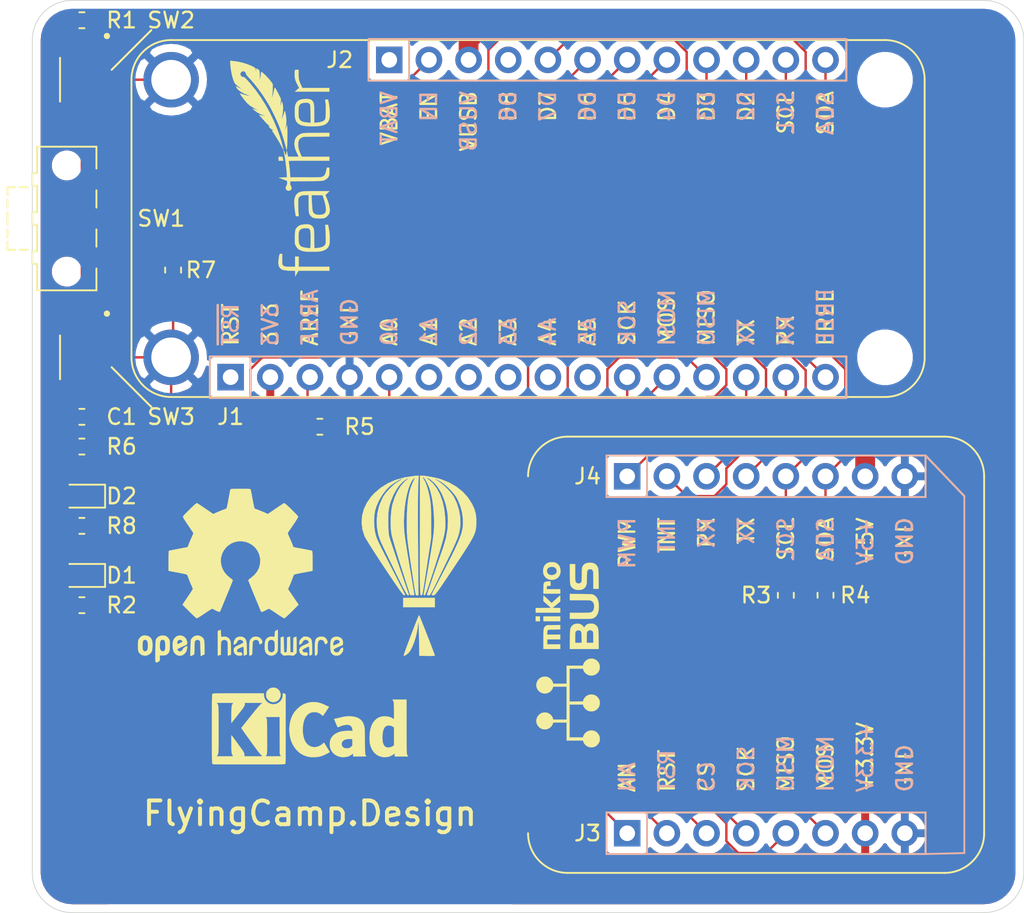
<source format=kicad_pcb>
(kicad_pcb (version 20171130) (host pcbnew "(5.1.10-1-10_14)")
  (title_block (title "Feather mikroBUS V1") (date 2020-03-13) (rev 1) (company "Flying Camp Design") (comment 1 https://FlyingCamp.Design) (comment 2 "© 2020 Flying Camp Design") (comment 3 "Licensed under CERN-OHL-P version 2"))
  (layers (0 F.Cu signal) (31 B.Cu signal) (34 B.Paste user) (35 F.Paste user) (36 B.SilkS user) (37 F.SilkS user) (38 B.Mask user) (39 F.Mask user) (44 Edge.Cuts user))
  (net 0 "")
  (net 1 GND)
  (net 2 +3V3)
  (net 3 /SDA)
  (net 4 /SCL)
  (net 5 /FEATHER_RX)
  (net 6 /FEATHER_TX)
  (net 7 /MISO)
  (net 8 /MOSI)
  (net 9 /SCK)
  (net 10 +5V)
  (net 11 /FEATHER_EN)
  (net 12 /FEATHER_FREE)
  (net 13 /MIKROBUS_AN)
  (net 14 /FEATHER_AREF)
  (net 15 /CS)
  (net 16 /MIKROBUS_PWM)
  (net 17 /MIKROBUS_INT)
  (net 18 /~MIKROBUS_RST)
  (net 19 /~USER_LED)
  (net 20 /~USER_SW)
  (net 21 /USER_LED_R)
  (net 22 /3V3_LED_R)
  (net 23 /SW2_R)
  (net 24 /EN_SW_R)
  (module Flying_Camp_Design:Adafruit_Feather_logo_13.87x6.33mm_silkscreen (layer F.Cu) (at 155.575 97.155 90)
    (fp_text reference LOGO3 hide)
    (fp_text value Adafruit_Feather_logo_13.87x6.33mm_silkscreen hide)
  )
  (module Flying_Camp_Design:Flying_Camp_Design_logo_7.35x11mm_silkscreen (layer F.Cu) (at 164.465 122.555)
    (fp_text reference LOGO2 hide)
    (fp_text value Flying_Camp_Design_logo_7.35x11mm_silkscreen hide)
  )
  (module Flying_Camp_Design:OSHW-Logo2_14.6x12mm_SilkScreen (layer F.Cu) (at 153.035 123.19)
    (fp_text reference REF** hide)
    (fp_text value OSHW-Logo2_14.6x12mm_SilkScreen hide)
  )
  (module Flying_Camp_Design:KiCad-Logo_5mm_SilkScreen (layer F.Cu) (at 157.48 133.35)
    (fp_text reference REF** hide)
    (fp_text value KiCad-Logo_5mm_SilkScreen hide)
  )
  (module Flying_Camp_Design:R_0603_1608Metric (layer F.Cu) (at 142.875 120.015 180)
    (fp_text reference R8 (at -2.54 0) (layer F.SilkS))
    (fp_text value Yageo_RC0603JR-07330RL hide)
    (pad 2 smd roundrect (at 0.7875 0 180) (size 0.875 0.95) (layers F.Cu F.Paste F.Mask) (net 22 /3V3_LED_R))
    (pad 1 smd roundrect (at -0.7875 0 180) (size 0.875 0.95) (layers F.Cu F.Paste F.Mask) (net 2 +3V3))
  )
  (module Flying_Camp_Design:LED_0603_1608Metric (layer F.Cu) (at 142.875 118.11 180)
    (fp_text reference D2 (at -2.54 0) (layer F.SilkS))
    (fp_text value Lite-On_LTST-C193KGKT-5A hide)
    (pad 2 smd roundrect (at 0.7875 0 180) (size 0.875 0.95) (layers F.Cu F.Paste F.Mask) (net 22 /3V3_LED_R))
    (pad 1 smd roundrect (at -0.7875 0 180) (size 0.875 0.95) (layers F.Cu F.Paste F.Mask) (net 1 GND))
  )
  (module Flying_Camp_Design:C_0603_1608Metric (layer F.Cu) (at 142.875 113.03)
    (fp_text reference C1 (at 2.54 0) (layer F.SilkS))
    (fp_text value Murata_GRM188R72A104KA35D hide)
    (pad 2 smd roundrect (at 0.7875 0) (size 0.875 0.95) (layers F.Cu F.Paste F.Mask) (net 1 GND))
    (pad 1 smd roundrect (at -0.7875 0) (size 0.875 0.95) (layers F.Cu F.Paste F.Mask) (net 20 /~USER_SW))
  )
  (module Flying_Camp_Design:R_0603_1608Metric (layer F.Cu) (at 148.717 103.632 270)
    (fp_text reference R7 (at 0 -1.778 180) (layer F.SilkS))
    (fp_text value Yageo_RC0603JR-07100RL hide)
    (pad 2 smd roundrect (at 0.7875 0 270) (size 0.875 0.95) (layers F.Cu F.Paste F.Mask) (net 1 GND))
    (pad 1 smd roundrect (at -0.7875 0 270) (size 0.875 0.95) (layers F.Cu F.Paste F.Mask) (net 24 /EN_SW_R))
  )
  (module Flying_Camp_Design:R_0603_1608Metric (layer F.Cu) (at 142.875 114.935 180)
    (fp_text reference R6 (at -2.54 0) (layer F.SilkS))
    (fp_text value Yageo_RC0603JR-0710KL hide)
    (pad 2 smd roundrect (at 0.7875 0 180) (size 0.875 0.95) (layers F.Cu F.Paste F.Mask) (net 20 /~USER_SW))
    (pad 1 smd roundrect (at -0.7875 0 180) (size 0.875 0.95) (layers F.Cu F.Paste F.Mask) (net 2 +3V3))
  )
  (module Flying_Camp_Design:R_0603_1608Metric (layer F.Cu) (at 142.875 125.095 180)
    (fp_text reference R2 (at -2.54 0) (layer F.SilkS))
    (fp_text value Yageo_RC0603JR-07330RL hide)
    (pad 2 smd roundrect (at 0.7875 0 180) (size 0.875 0.95) (layers F.Cu F.Paste F.Mask) (net 21 /USER_LED_R))
    (pad 1 smd roundrect (at -0.7875 0 180) (size 0.875 0.95) (layers F.Cu F.Paste F.Mask) (net 2 +3V3))
  )
  (module Flying_Camp_Design:R_0603_1608Metric (layer F.Cu) (at 142.875 87.63)
    (fp_text reference R1 (at 2.54 0) (layer F.SilkS))
    (fp_text value Yageo_RC0603JR-071KL hide)
    (pad 2 smd roundrect (at 0.7875 0) (size 0.875 0.95) (layers F.Cu F.Paste F.Mask) (net 23 /SW2_R))
    (pad 1 smd roundrect (at -0.7875 0) (size 0.875 0.95) (layers F.Cu F.Paste F.Mask) (net 2 +3V3))
  )
  (module Flying_Camp_Design:LED_0603_1608Metric (layer F.Cu) (at 142.875 123.19 180)
    (fp_text reference D1 (at -2.54 0) (layer F.SilkS))
    (fp_text value Lite-On_LTST-C193KGKT-5A hide)
    (pad 2 smd roundrect (at 0.7875 0 180) (size 0.875 0.95) (layers F.Cu F.Paste F.Mask) (net 21 /USER_LED_R))
    (pad 1 smd roundrect (at -0.7875 0 180) (size 0.875 0.95) (layers F.Cu F.Paste F.Mask) (net 19 /~USER_LED))
  )
  (module Flying_Camp_Design:C_and_K_KMR421GULCLFS (layer F.Cu) (at 142.875 109.22 270)
    (fp_text reference SW3 (at 3.81 -5.715 180) (layer F.SilkS))
    (fp_text value C_and_K_KMR421GULCLFS hide)
    (pad 4 smd rect (at 2.05 -0.8 270) (size 0.9 1) (layers F.Cu F.Paste F.Mask) (net 1 GND))
    (pad 3 smd rect (at 2.05 0.8 270) (size 0.9 1) (layers F.Cu F.Paste F.Mask) (net 20 /~USER_SW))
    (pad 2 smd rect (at -2.05 0.8 270) (size 0.9 1) (layers F.Cu F.Paste F.Mask) (net 20 /~USER_SW))
    (pad 1 smd rect (at -2.05 -0.8 270) (size 0.9 1) (layers F.Cu F.Paste F.Mask) (net 1 GND))
    (pad 5 smd rect (at 0 -1.425 270) (size 1.7 0.55) (layers F.Cu F.Paste F.Mask) (net 1 GND))
  )
  (module Flying_Camp_Design:C_and_K_KMR421GULCLFS (layer F.Cu) (at 142.875 91.44 270)
    (fp_text reference SW2 (at -3.81 -5.715 180) (layer F.SilkS))
    (fp_text value C_and_K_KMR421GULCLFS hide)
    (pad 4 smd rect (at 2.05 -0.8 270) (size 0.9 1) (layers F.Cu F.Paste F.Mask) (net 23 /SW2_R))
    (pad 3 smd rect (at 2.05 0.8 270) (size 0.9 1) (layers F.Cu F.Paste F.Mask) (net 12 /FEATHER_FREE))
    (pad 2 smd rect (at -2.05 0.8 270) (size 0.9 1) (layers F.Cu F.Paste F.Mask) (net 12 /FEATHER_FREE))
    (pad 1 smd rect (at -2.05 -0.8 270) (size 0.9 1) (layers F.Cu F.Paste F.Mask) (net 23 /SW2_R))
    (pad 5 smd rect (at 0 -1.425 270) (size 1.7 0.55) (layers F.Cu F.Paste F.Mask) (net 1 GND))
  )
  (module Flying_Camp_Design:R_0603_1608Metric (layer F.Cu) (at 158.115 113.665 180)
    (fp_text reference R5 (at -2.54 0) (layer F.SilkS))
    (fp_text value Yageo_RC0603JR-070RL hide)
    (pad 2 smd roundrect (at 0.7875 0 180) (size 0.875 0.95) (layers F.Cu F.Paste F.Mask) (net 14 /FEATHER_AREF))
    (pad 1 smd roundrect (at -0.7875 0 180) (size 0.875 0.95) (layers F.Cu F.Paste F.Mask) (net 2 +3V3))
  )
  (module Flying_Camp_Design:Fiducial_1mm_Mask2mm (layer F.Cu) (at 142.24 142.24)
    (fp_text reference FID3 hide)
    (fp_text value Fiducial_1mm_Mask2mm hide)
    (pad "" smd circle (at 0 0) (size 1 1) (layers F.Cu F.Mask) (clearance 0.5))
  )
  (module Flying_Camp_Design:Fiducial_1mm_Mask2mm (layer F.Cu) (at 200.66 142.24)
    (fp_text reference FID2 hide)
    (fp_text value Fiducial_1mm_Mask2mm hide)
    (pad "" smd circle (at 0 0) (size 1 1) (layers F.Cu F.Mask) (clearance 0.5))
  )
  (module Flying_Camp_Design:Fiducial_1mm_Mask2mm (layer F.Cu) (at 200.66 88.9)
    (fp_text reference FID1 hide)
    (fp_text value Fiducial_1mm_Mask2mm hide)
    (pad "" smd circle (at 0 0) (size 1 1) (layers F.Cu F.Mask) (clearance 0.5))
  )
  (module Flying_Camp_Design:mikroBUS-Logo_11.9x4.1mm_SilkScreen (layer F.Cu) (at 173.99 128.27 90)
    (fp_text reference LOGO1 hide)
    (fp_text value mikroBUS-Logo_11.9x4.1mm_SilkScreen hide)
  )
  (module Flying_Camp_Design:R_0603_1608Metric (layer F.Cu) (at 190.5 124.46 90)
    (fp_text reference R4 (at 0 1.905 180) (layer F.SilkS))
    (fp_text value Yageo_RC0603JR-074K7L hide)
    (pad 2 smd roundrect (at 0.7875 0 90) (size 0.875 0.95) (layers F.Cu F.Paste F.Mask) (net 3 /SDA))
    (pad 1 smd roundrect (at -0.7875 0 90) (size 0.875 0.95) (layers F.Cu F.Paste F.Mask) (net 2 +3V3))
  )
  (module Flying_Camp_Design:R_0603_1608Metric (layer F.Cu) (at 187.96 124.46 90)
    (fp_text reference R3 (at 0 -1.905 180) (layer F.SilkS))
    (fp_text value Yageo_RC0603JR-074K7L hide)
    (pad 2 smd roundrect (at 0.7875 0 90) (size 0.875 0.95) (layers F.Cu F.Paste F.Mask) (net 4 /SCL))
    (pad 1 smd roundrect (at -0.7875 0 90) (size 0.875 0.95) (layers F.Cu F.Paste F.Mask) (net 2 +3V3))
  )
  (module Flying_Camp_Design:Adafruit_Feather_socket_header_left_pth (layer F.Cu) (at 171.45 100.33 90)
    (fp_text reference J1 (at -12.7 -19.05 unlocked) (layer F.SilkS))
    (fp_text value Adafruit_Feather_socket_header_left_pth hide)
    (fp_text user FREE (at -8.255 19.05 90 unlocked) (layer B.SilkS) (effects (justify right mirror)))
    (fp_text user RX (at -8.255 16.51 90 unlocked) (layer B.SilkS) (effects (justify right mirror)))
    (fp_text user TX (at -8.255 13.97 90 unlocked) (layer B.SilkS) (effects (justify right mirror)))
    (fp_text user MISO (at -8.255 11.43 90 unlocked) (layer B.SilkS) (effects (justify right mirror)))
    (fp_text user MOSI (at -8.255 8.89 90 unlocked) (layer B.SilkS) (effects (justify right mirror)))
    (fp_text user SCK (at -8.255 6.35 90 unlocked) (layer B.SilkS) (effects (justify right mirror)))
    (fp_text user A5 (at -8.255 3.81 90 unlocked) (layer B.SilkS) (effects (justify right mirror)))
    (fp_text user A4 (at -8.255 1.27 90 unlocked) (layer B.SilkS) (effects (justify right mirror)))
    (fp_text user A3 (at -8.255 -1.27 90 unlocked) (layer B.SilkS) (effects (justify right mirror)))
    (fp_text user A2 (at -8.255 -3.81 90 unlocked) (layer B.SilkS) (effects (justify right mirror)))
    (fp_text user A1 (at -8.255 -6.35 90 unlocked) (layer B.SilkS) (effects (justify right mirror)))
    (fp_text user A0 (at -8.255 -8.89 90 unlocked) (layer B.SilkS) (effects (justify right mirror)))
    (fp_text user GND (at -8.255 -11.43 90 unlocked) (layer B.SilkS) (effects (justify right mirror)))
    (fp_text user AREF (at -8.255 -13.97 90 unlocked) (layer B.SilkS) (effects (justify right mirror)))
    (fp_text user 3V3 (at -8.255 -16.51 90 unlocked) (layer B.SilkS) (effects (justify right mirror)))
    (fp_text user ~RST (at -8.255 -19.05 90 unlocked) (layer B.SilkS) (effects (justify right mirror)))
    (fp_text user SCK (at -8.255 6.35 90 unlocked) (layer F.SilkS) (effects (justify left)))
    (fp_text user A5 (at -8.255 3.81 90 unlocked) (layer F.SilkS) (effects (justify left)))
    (fp_text user FREE (at -8.255 19.05 90 unlocked) (layer F.SilkS) (effects (justify left)))
    (fp_text user TX (at -8.255 13.97 90 unlocked) (layer F.SilkS) (effects (justify left)))
    (fp_text user MISO (at -8.255 11.43 90 unlocked) (layer F.SilkS) (effects (justify left)))
    (fp_text user RX (at -8.255 16.51 90 unlocked) (layer F.SilkS) (effects (justify left)))
    (fp_text user MOSI (at -8.255 8.89 90 unlocked) (layer F.SilkS) (effects (justify left)))
    (fp_text user AREF (at -8.255 -13.97 90 unlocked) (layer F.SilkS) (effects (justify left)))
    (fp_text user A3 (at -8.255 -1.27 90 unlocked) (layer F.SilkS) (effects (justify left)))
    (fp_text user GND (at -8.255 -11.43 90 unlocked) (layer F.SilkS) (effects (justify left)))
    (fp_text user A0 (at -8.255 -8.89 90 unlocked) (layer F.SilkS) (effects (justify left)))
    (fp_text user A4 (at -8.255 1.27 90 unlocked) (layer F.SilkS) (effects (justify left)))
    (fp_text user 3V3 (at -8.255 -16.51 90 unlocked) (layer F.SilkS) (effects (justify left)))
    (fp_text user ~RST (at -8.255 -19.05 90 unlocked) (layer F.SilkS) (effects (justify left)))
    (fp_text user A1 (at -8.255 -6.35 90 unlocked) (layer F.SilkS) (effects (justify left)))
    (fp_text user A2 (at -8.255 -3.81 90 unlocked) (layer F.SilkS) (effects (justify left)))
    (pad FREE thru_hole oval (at -10.16 19.05 90) (size 1.7 1.7) (drill 1) (layers *.Cu *.Mask) (net 12 /FEATHER_FREE))
    (pad RX thru_hole oval (at -10.16 16.51 90) (size 1.7 1.7) (drill 1) (layers *.Cu *.Mask) (net 5 /FEATHER_RX))
    (pad TX thru_hole oval (at -10.16 13.97 90) (size 1.7 1.7) (drill 1) (layers *.Cu *.Mask) (net 6 /FEATHER_TX))
    (pad MISO thru_hole oval (at -10.16 11.43 90) (size 1.7 1.7) (drill 1) (layers *.Cu *.Mask) (net 7 /MISO))
    (pad MOSI thru_hole oval (at -10.16 8.89 90) (size 1.7 1.7) (drill 1) (layers *.Cu *.Mask) (net 8 /MOSI))
    (pad SCK thru_hole oval (at -10.16 6.35 90) (size 1.7 1.7) (drill 1) (layers *.Cu *.Mask) (net 9 /SCK))
    (pad A5 thru_hole oval (at -10.16 3.81 90) (size 1.7 1.7) (drill 1) (layers *.Cu *.Mask))
    (pad A4 thru_hole oval (at -10.16 1.27 90) (size 1.7 1.7) (drill 1) (layers *.Cu *.Mask))
    (pad A3 thru_hole oval (at -10.16 -1.27 90) (size 1.7 1.7) (drill 1) (layers *.Cu *.Mask))
    (pad A2 thru_hole oval (at -10.16 -3.81 90) (size 1.7 1.7) (drill 1) (layers *.Cu *.Mask))
    (pad A1 thru_hole oval (at -10.16 -6.35 90) (size 1.7 1.7) (drill 1) (layers *.Cu *.Mask))
    (pad A0 thru_hole oval (at -10.16 -8.89 90) (size 1.7 1.7) (drill 1) (layers *.Cu *.Mask) (net 13 /MIKROBUS_AN))
    (pad GND thru_hole oval (at -10.16 -11.43 90) (size 1.7 1.7) (drill 1) (layers *.Cu *.Mask) (net 1 GND))
    (pad AREF thru_hole oval (at -10.16 -13.97 90) (size 1.7 1.7) (drill 1) (layers *.Cu *.Mask) (net 14 /FEATHER_AREF))
    (pad 3V3 thru_hole oval (at -10.16 -16.51 90) (size 1.7 1.7) (drill 1) (layers *.Cu *.Mask) (net 2 +3V3))
    (pad ~RST thru_hole rect (at -10.16 -19.05 90) (size 1.7 1.7) (drill 1) (layers *.Cu *.Mask))
  )
  (module Flying_Camp_Design:Adafruit_Feather_socket_header_right_pth (layer F.Cu) (at 171.45 100.33 90)
    (fp_text reference J2 (at 10.16 -12.065 unlocked) (layer F.SilkS))
    (fp_text value Adafruit_Feather_socket_header_right_pth hide)
    (fp_text user SDA (at 8.255 19.05 90 unlocked) (layer B.SilkS) (effects (justify left mirror)))
    (fp_text user SCL (at 8.255 16.51 90 unlocked) (layer B.SilkS) (effects (justify left mirror)))
    (fp_text user D2 (at 8.255 13.97 90 unlocked) (layer B.SilkS) (effects (justify left mirror)))
    (fp_text user D3 (at 8.255 11.43 90 unlocked) (layer B.SilkS) (effects (justify left mirror)))
    (fp_text user D4 (at 8.255 8.89 90 unlocked) (layer B.SilkS) (effects (justify left mirror)))
    (fp_text user D5 (at 8.255 6.35 90 unlocked) (layer B.SilkS) (effects (justify left mirror)))
    (fp_text user D6 (at 8.255 3.81 90 unlocked) (layer B.SilkS) (effects (justify left mirror)))
    (fp_text user D7 (at 8.255 1.27 90 unlocked) (layer B.SilkS) (effects (justify left mirror)))
    (fp_text user D8 (at 8.255 -1.27 90 unlocked) (layer B.SilkS) (effects (justify left mirror)))
    (fp_text user VUSB (at 8.255 -3.81 90 unlocked) (layer B.SilkS) (effects (justify left mirror)))
    (fp_text user EN (at 8.255 -6.35 90 unlocked) (layer B.SilkS) (effects (justify left mirror)))
    (fp_text user VBAT (at 8.255 -8.89 90 unlocked) (layer B.SilkS) (effects (justify left mirror)))
    (fp_text user D3 (at 8.255 11.43 90 unlocked) (layer F.SilkS) (effects (justify right)))
    (fp_text user D2 (at 8.255 13.97 90 unlocked) (layer F.SilkS) (effects (justify right)))
    (fp_text user D4 (at 8.255 8.89 90 unlocked) (layer F.SilkS) (effects (justify right)))
    (fp_text user SDA (at 8.255 19.05 90 unlocked) (layer F.SilkS) (effects (justify right)))
    (fp_text user EN (at 8.255 -6.35 90 unlocked) (layer F.SilkS) (effects (justify right)))
    (fp_text user D5 (at 8.255 6.35 90 unlocked) (layer F.SilkS) (effects (justify right)))
    (fp_text user D7 (at 8.255 1.27 90 unlocked) (layer F.SilkS) (effects (justify right)))
    (fp_text user SCL (at 8.255 16.51 90 unlocked) (layer F.SilkS) (effects (justify right)))
    (fp_text user D6 (at 8.255 3.81 90 unlocked) (layer F.SilkS) (effects (justify right)))
    (fp_text user VUSB (at 8.255 -3.81 90 unlocked) (layer F.SilkS) (effects (justify right)))
    (fp_text user D8 (at 8.255 -1.27 90 unlocked) (layer F.SilkS) (effects (justify right)))
    (fp_text user VBAT (at 8.255 -8.89 90 unlocked) (layer F.SilkS) (effects (justify right)))
    (pad SDA thru_hole oval (at 10.16 19.05 90) (size 1.7 1.7) (drill 1) (layers *.Cu *.Mask) (net 3 /SDA))
    (pad SCL thru_hole oval (at 10.16 16.51 90) (size 1.7 1.7) (drill 1) (layers *.Cu *.Mask) (net 4 /SCL))
    (pad D2 thru_hole oval (at 10.16 13.97 90) (size 1.7 1.7) (drill 1) (layers *.Cu *.Mask) (net 17 /MIKROBUS_INT))
    (pad D3 thru_hole oval (at 10.16 11.43 90) (size 1.7 1.7) (drill 1) (layers *.Cu *.Mask) (net 16 /MIKROBUS_PWM))
    (pad D4 thru_hole oval (at 10.16 8.89 90) (size 1.7 1.7) (drill 1) (layers *.Cu *.Mask) (net 18 /~MIKROBUS_RST))
    (pad D5 thru_hole oval (at 10.16 6.35 90) (size 1.7 1.7) (drill 1) (layers *.Cu *.Mask) (net 19 /~USER_LED))
    (pad D6 thru_hole oval (at 10.16 3.81 90) (size 1.7 1.7) (drill 1) (layers *.Cu *.Mask) (net 20 /~USER_SW))
    (pad D7 thru_hole oval (at 10.16 1.27 90) (size 1.7 1.7) (drill 1) (layers *.Cu *.Mask) (net 15 /CS))
    (pad D8 thru_hole oval (at 10.16 -1.27 90) (size 1.7 1.7) (drill 1) (layers *.Cu *.Mask))
    (pad VUSB thru_hole oval (at 10.16 -3.81 90) (size 1.7 1.7) (drill 1) (layers *.Cu *.Mask) (net 10 +5V))
    (pad EN thru_hole oval (at 10.16 -6.35 90) (size 1.7 1.7) (drill 1) (layers *.Cu *.Mask) (net 11 /FEATHER_EN))
    (pad VBAT thru_hole rect (at 10.16 -8.89 90) (size 1.7 1.7) (drill 1) (layers *.Cu *.Mask))
  )
  (module Flying_Camp_Design:C_and_K_JS102011SAQN (layer F.Cu) (at 141.90472 100.33 270)
    (fp_text reference SW1 (at 0 -6.05028 180) (layer F.SilkS))
    (fp_text value C_and_K_JS102011SAQN hide)
    (pad "" np_thru_hole circle (at 3.4 0 270) (size 0.9 0.9) (drill 0.9) (layers *.Cu *.Mask))
    (pad "" np_thru_hole circle (at -3.4 0 270) (size 0.9 0.9) (drill 0.9) (layers *.Cu *.Mask))
    (pad 3 smd rect (at 2.5 -2.75 270) (size 1.25 2.5) (layers F.Cu F.Paste F.Mask) (net 24 /EN_SW_R))
    (pad 2 smd rect (at 0 -2.75 270) (size 1.25 2.5) (layers F.Cu F.Paste F.Mask) (net 11 /FEATHER_EN))
    (pad 1 smd rect (at -2.5 -2.75 270) (size 1.25 2.5) (layers F.Cu F.Paste F.Mask))
  )
  (module Flying_Camp_Design:mikroBUS_socket_header_right_pth (layer F.Cu) (at 186.69 128.27 90)
    (fp_text reference J4 (at 11.43 -11.43 unlocked) (layer F.SilkS))
    (fp_text value mikroBUS_socket_header_right_pth hide)
    (fp_text user GND (at 8.89 8.89 90 unlocked) (layer B.SilkS) (effects (justify left mirror)))
    (fp_text user +5V (at 8.89 6.35 90 unlocked) (layer B.SilkS) (effects (justify left mirror)))
    (fp_text user SDA (at 8.89 3.81 90 unlocked) (layer B.SilkS) (effects (justify left mirror)))
    (fp_text user SCL (at 8.89 1.27 90 unlocked) (layer B.SilkS) (effects (justify left mirror)))
    (fp_text user TX (at 8.89 -1.27 90 unlocked) (layer B.SilkS) (effects (justify left mirror)))
    (fp_text user RX (at 8.89 -3.81 90 unlocked) (layer B.SilkS) (effects (justify left mirror)))
    (fp_text user INT (at 8.89 -6.35 90 unlocked) (layer B.SilkS) (effects (justify left mirror)))
    (fp_text user PWM (at 8.89 -8.89 90 unlocked) (layer B.SilkS) (effects (justify left mirror)))
    (fp_text user GND (at 8.89 8.89 90 unlocked) (layer F.SilkS) (effects (justify right)))
    (fp_text user +5V (at 8.89 6.35 90 unlocked) (layer F.SilkS) (effects (justify right)))
    (fp_text user SDA (at 8.89 3.81 90 unlocked) (layer F.SilkS) (effects (justify right)))
    (fp_text user SCL (at 8.89 1.27 90 unlocked) (layer F.SilkS) (effects (justify right)))
    (fp_text user TX (at 8.89 -1.27 90 unlocked) (layer F.SilkS) (effects (justify right)))
    (fp_text user RX (at 8.89 -3.81 90 unlocked) (layer F.SilkS) (effects (justify right)))
    (fp_text user INT (at 8.89 -6.35 90 unlocked) (layer F.SilkS) (effects (justify right)))
    (fp_text user PWM (at 8.89 -8.89 90 unlocked) (layer F.SilkS) (effects (justify right)))
    (pad GND thru_hole oval (at 11.43 8.89 90) (size 1.7 1.7) (drill 1) (layers *.Cu *.Mask) (net 1 GND))
    (pad +5V thru_hole oval (at 11.43 6.35 90) (size 1.7 1.7) (drill 1) (layers *.Cu *.Mask) (net 10 +5V))
    (pad SDA thru_hole oval (at 11.43 3.81 90) (size 1.7 1.7) (drill 1) (layers *.Cu *.Mask) (net 3 /SDA))
    (pad SCL thru_hole oval (at 11.43 1.27 90) (size 1.7 1.7) (drill 1) (layers *.Cu *.Mask) (net 4 /SCL))
    (pad TX thru_hole oval (at 11.43 -1.27 90) (size 1.7 1.7) (drill 1) (layers *.Cu *.Mask) (net 5 /FEATHER_RX))
    (pad RX thru_hole oval (at 11.43 -3.81 90) (size 1.7 1.7) (drill 1) (layers *.Cu *.Mask) (net 6 /FEATHER_TX))
    (pad INT thru_hole oval (at 11.43 -6.35 90) (size 1.7 1.7) (drill 1) (layers *.Cu *.Mask) (net 17 /MIKROBUS_INT))
    (pad PWM thru_hole rect (at 11.43 -8.89 90) (size 1.7 1.7) (drill 1) (layers *.Cu *.Mask) (net 16 /MIKROBUS_PWM))
  )
  (module Flying_Camp_Design:mikroBUS_socket_header_left_pth (layer F.Cu) (at 186.69 128.27 90)
    (fp_text reference J3 (at -11.43 -11.43 unlocked) (layer F.SilkS))
    (fp_text value mikroBUS_socket_header_left_pth hide)
    (fp_text user GND (at -8.89 8.89 90 unlocked) (layer B.SilkS) (effects (justify right mirror)))
    (fp_text user +3.3V (at -8.89 6.35 90 unlocked) (layer B.SilkS) (effects (justify right mirror)))
    (fp_text user MOSI (at -8.89 3.81 90 unlocked) (layer B.SilkS) (effects (justify right mirror)))
    (fp_text user MISO (at -8.89 1.27 90 unlocked) (layer B.SilkS) (effects (justify right mirror)))
    (fp_text user SCK (at -8.89 -1.27 90 unlocked) (layer B.SilkS) (effects (justify right mirror)))
    (fp_text user CS (at -8.89 -3.81 90 unlocked) (layer B.SilkS) (effects (justify right mirror)))
    (fp_text user RST (at -8.89 -6.35 90 unlocked) (layer B.SilkS) (effects (justify right mirror)))
    (fp_text user AN (at -8.89 -8.89 90 unlocked) (layer B.SilkS) (effects (justify right mirror)))
    (fp_text user GND (at -8.89 8.89 90 unlocked) (layer F.SilkS) (effects (justify left)))
    (fp_text user +3.3V (at -8.89 6.35 90 unlocked) (layer F.SilkS) (effects (justify left)))
    (fp_text user MOSI (at -8.89 3.81 90 unlocked) (layer F.SilkS) (effects (justify left)))
    (fp_text user MISO (at -8.89 1.27 90 unlocked) (layer F.SilkS) (effects (justify left)))
    (fp_text user SCK (at -8.89 -1.27 90 unlocked) (layer F.SilkS) (effects (justify left)))
    (fp_text user CS (at -8.89 -3.81 90 unlocked) (layer F.SilkS) (effects (justify left)))
    (fp_text user RST (at -8.89 -6.35 90 unlocked) (layer F.SilkS) (effects (justify left)))
    (fp_text user AN (at -8.89 -8.89 90 unlocked) (layer F.SilkS) (effects (justify left)))
    (pad GND thru_hole oval (at -11.43 8.89 90) (size 1.7 1.7) (drill 1) (layers *.Cu *.Mask) (net 1 GND))
    (pad +3.3V thru_hole oval (at -11.43 6.35 90) (size 1.7 1.7) (drill 1) (layers *.Cu *.Mask) (net 2 +3V3))
    (pad MOSI thru_hole oval (at -11.43 3.81 90) (size 1.7 1.7) (drill 1) (layers *.Cu *.Mask) (net 8 /MOSI))
    (pad MISO thru_hole oval (at -11.43 1.27 90) (size 1.7 1.7) (drill 1) (layers *.Cu *.Mask) (net 7 /MISO))
    (pad SCK thru_hole oval (at -11.43 -1.27 90) (size 1.7 1.7) (drill 1) (layers *.Cu *.Mask) (net 9 /SCK))
    (pad CS thru_hole oval (at -11.43 -3.81 90) (size 1.7 1.7) (drill 1) (layers *.Cu *.Mask) (net 15 /CS))
    (pad RST thru_hole oval (at -11.43 -6.35 90) (size 1.7 1.7) (drill 1) (layers *.Cu *.Mask) (net 18 /~MIKROBUS_RST))
    (pad AN thru_hole rect (at -11.43 -8.89 90) (size 1.7 1.7) (drill 1) (layers *.Cu *.Mask) (net 13 /MIKROBUS_AN))
  )
  (module Flying_Camp_Design:Adafruit_Feather_socket_mounting_holes (layer F.Cu) (at 171.45 100.33)
    (fp_text reference MH1 hide)
    (fp_text value Adafruit_Feather_socket_mounting_holes hide)
    (pad MH1 thru_hole circle (at -22.86 8.89) (size 3.556 3.556) (drill 2.54) (layers *.Cu *.Mask) (net 1 GND))
    (pad MH2 thru_hole circle (at -22.86 -8.89) (size 3.556 3.556) (drill 2.54) (layers *.Cu *.Mask) (net 1 GND))
    (pad "" np_thru_hole circle (at 22.86 -8.89) (size 2.54 2.54) (drill 2.54) (layers *.Cu *.Mask))
    (pad "" np_thru_hole circle (at 22.86 8.89) (size 2.54 2.54) (drill 2.54) (layers *.Cu *.Mask))
  )
  (gr_text "Feather mikroBUS V1" (at 157.48 142.24) (layer F.Cu) (effects (font (size 1.524 1.524) (thickness 0.254))))
  (gr_text FlyingCamp.Design (at 157.48 138.43) (layer F.SilkS) (effects (font (size 1.524 1.524) (thickness 0.254))))
  (gr_line (start 147.32 112.395) (end 144.78 109.855) (layer F.SilkS) (width 0.127))
  (gr_line (start 147.32 88.265) (end 144.78 90.805) (layer F.SilkS) (width 0.127))
  (gr_arc (start 142.24 88.9) (end 142.24 86.36) (angle -90) (layer Edge.Cuts) (width 0.0508))
  (gr_arc (start 142.24 142.24) (end 139.7 142.24) (angle -90) (layer Edge.Cuts) (width 0.0508))
  (gr_arc (start 200.66 142.24) (end 200.66 144.78) (angle -90) (layer Edge.Cuts) (width 0.0508))
  (gr_arc (start 200.66 88.9) (end 203.2 88.9) (angle -90) (layer Edge.Cuts) (width 0.0508))
  (gr_line (start 200.66 86.36) (end 142.24 86.36) (layer Edge.Cuts) (width 0.05))
  (gr_line (start 203.2 142.24) (end 203.2 88.9) (layer Edge.Cuts) (width 0.05))
  (gr_line (start 142.24 144.78) (end 200.66 144.78) (layer Edge.Cuts) (width 0.05))
  (gr_line (start 139.7 88.9) (end 139.7 142.24) (layer Edge.Cuts) (width 0.05))
  (segment (start 144.3 91.44) (end 148.59 91.44) (width 0.1524) (layer F.Cu) (net 1))
  (segment (start 148.7425 109.0675) (end 148.59 109.22) (width 0.1524) (layer F.Cu) (net 1))
  (segment (start 144.3 109.22) (end 148.59 109.22) (width 0.1524) (layer F.Cu) (net 1))
  (segment (start 145.415 118.11) (end 148.59 114.935) (width 0.1524) (layer F.Cu) (net 1))
  (segment (start 148.59 111.734471) (end 148.59 109.22) (width 0.1524) (layer F.Cu) (net 1))
  (segment (start 148.59 114.935) (end 148.59 111.734471) (width 0.1524) (layer F.Cu) (net 1))
  (segment (start 143.6625 118.11) (end 145.415 118.11) (width 0.1524) (layer F.Cu) (net 1))
  (segment (start 143.6625 111.2825) (end 143.675 111.27) (width 0.1524) (layer F.Cu) (net 1))
  (segment (start 143.6625 113.03) (end 143.6625 111.2825) (width 0.1524) (layer F.Cu) (net 1))
  (segment (start 148.717 109.093) (end 148.59 109.22) (width 0.1524) (layer F.Cu) (net 1))
  (segment (start 148.717 104.4195) (end 148.717 109.093) (width 0.1524) (layer F.Cu) (net 1))
  (segment (start 143.746 111.27) (end 143.675 111.27) (width 0.1524) (layer F.Cu) (net 1))
  (segment (start 144.3 110.716) (end 143.746 111.27) (width 0.1524) (layer F.Cu) (net 1))
  (segment (start 144.3 109.22) (end 144.3 110.716) (width 0.1524) (layer F.Cu) (net 1))
  (segment (start 143.774 107.17) (end 143.675 107.17) (width 0.1524) (layer F.Cu) (net 1))
  (segment (start 144.3 107.696) (end 143.774 107.17) (width 0.1524) (layer F.Cu) (net 1))
  (segment (start 144.3 109.22) (end 144.3 107.696) (width 0.1524) (layer F.Cu) (net 1))
  (segment (start 190.5 116.84) (end 190.5 123.6725) (width 0.1524) (layer F.Cu) (net 3))
  (segment (start 191.77 115.57) (end 190.5 116.84) (width 0.1524) (layer F.Cu) (net 3))
  (segment (start 191.77 109.982) (end 191.77 115.57) (width 0.1524) (layer F.Cu) (net 3))
  (segment (start 190.5 108.712) (end 191.77 109.982) (width 0.1524) (layer F.Cu) (net 3))
  (segment (start 190.5 90.17) (end 190.5 108.712) (width 0.1524) (layer F.Cu) (net 3))
  (segment (start 187.96 116.84) (end 187.96 123.6725) (width 0.1524) (layer F.Cu) (net 4))
  (segment (start 189.23 115.57) (end 187.96 116.84) (width 0.1524) (layer F.Cu) (net 4))
  (segment (start 189.23 110.0455) (end 189.23 115.57) (width 0.1524) (layer F.Cu) (net 4))
  (segment (start 187.96 108.7755) (end 189.23 110.0455) (width 0.1524) (layer F.Cu) (net 4))
  (segment (start 187.96 90.17) (end 187.96 108.7755) (width 0.1524) (layer F.Cu) (net 4))
  (segment (start 187.96 114.3) (end 187.96 110.49) (width 0.1524) (layer F.Cu) (net 5))
  (segment (start 185.42 116.84) (end 187.96 114.3) (width 0.1524) (layer F.Cu) (net 5))
  (segment (start 185.42 114.3) (end 185.42 110.49) (width 0.1524) (layer F.Cu) (net 6))
  (segment (start 182.88 116.84) (end 185.42 114.3) (width 0.1524) (layer F.Cu) (net 6))
  (segment (start 181.61 109.22) (end 182.88 110.49) (width 0.1524) (layer F.Cu) (net 7))
  (segment (start 176.53 112.395) (end 176.53 109.982) (width 0.1524) (layer F.Cu) (net 7))
  (segment (start 174.625 114.3) (end 176.53 112.395) (width 0.1524) (layer F.Cu) (net 7))
  (segment (start 174.625 129.54) (end 174.625 114.3) (width 0.1524) (layer F.Cu) (net 7))
  (segment (start 184.15 139.065) (end 174.625 129.54) (width 0.1524) (layer F.Cu) (net 7))
  (segment (start 177.292 109.22) (end 181.61 109.22) (width 0.1524) (layer F.Cu) (net 7))
  (segment (start 184.15 140.208) (end 184.15 139.065) (width 0.1524) (layer F.Cu) (net 7))
  (segment (start 184.912 140.97) (end 184.15 140.208) (width 0.1524) (layer F.Cu) (net 7))
  (segment (start 186.69 140.97) (end 184.912 140.97) (width 0.1524) (layer F.Cu) (net 7))
  (segment (start 176.53 109.982) (end 177.292 109.22) (width 0.1524) (layer F.Cu) (net 7))
  (segment (start 187.96 139.7) (end 186.69 140.97) (width 0.1524) (layer F.Cu) (net 7))
  (segment (start 175.895 114.935) (end 180.34 110.49) (width 0.1524) (layer F.Cu) (net 8))
  (segment (start 175.895 125.095) (end 175.895 114.935) (width 0.1524) (layer F.Cu) (net 8))
  (segment (start 190.5 139.7) (end 175.895 125.095) (width 0.1524) (layer F.Cu) (net 8))
  (segment (start 177.8 112.141) (end 177.8 110.49) (width 0.1524) (layer F.Cu) (net 9))
  (segment (start 175.26 129.54) (end 175.26 114.681) (width 0.1524) (layer F.Cu) (net 9))
  (segment (start 175.26 114.681) (end 177.8 112.141) (width 0.1524) (layer F.Cu) (net 9))
  (segment (start 185.42 139.7) (end 175.26 129.54) (width 0.1524) (layer F.Cu) (net 9))
  (segment (start 193.04 114.935) (end 193.04 116.84) (width 1.27) (layer F.Cu) (net 10))
  (segment (start 194.945 113.03) (end 193.04 114.935) (width 1.27) (layer F.Cu) (net 10))
  (segment (start 198.755 113.03) (end 194.945 113.03) (width 1.27) (layer F.Cu) (net 10))
  (segment (start 168.91 87.63) (end 196.215 87.63) (width 1.27) (layer F.Cu) (net 10))
  (segment (start 201.295 92.71) (end 201.295 110.49) (width 1.27) (layer F.Cu) (net 10))
  (segment (start 167.64 90.17) (end 167.64 88.9) (width 1.27) (layer F.Cu) (net 10))
  (segment (start 196.215 87.63) (end 201.295 92.71) (width 1.27) (layer F.Cu) (net 10))
  (segment (start 201.295 110.49) (end 198.755 113.03) (width 1.27) (layer F.Cu) (net 10))
  (segment (start 167.64 88.9) (end 168.91 87.63) (width 1.27) (layer F.Cu) (net 10))
  (segment (start 154.94 100.33) (end 165.1 90.17) (width 0.1524) (layer F.Cu) (net 11))
  (segment (start 144.65472 100.33) (end 154.94 100.33) (width 0.1524) (layer F.Cu) (net 11))
  (segment (start 142.075 89.39) (end 142.075 93.49) (width 0.1524) (layer F.Cu) (net 12))
  (segment (start 168.91 89.535) (end 168.91 91.44) (width 0.1524) (layer F.Cu) (net 12))
  (segment (start 142.875 95.25) (end 142.075 94.45) (width 0.1524) (layer F.Cu) (net 12))
  (segment (start 142.875 100.965) (end 142.875 95.25) (width 0.1524) (layer F.Cu) (net 12))
  (segment (start 188.087 88.519) (end 169.926 88.519) (width 0.1524) (layer F.Cu) (net 12))
  (segment (start 143.256 101.346) (end 142.875 100.965) (width 0.1524) (layer F.Cu) (net 12))
  (segment (start 168.91 91.44) (end 159.004 101.346) (width 0.1524) (layer F.Cu) (net 12))
  (segment (start 169.926 88.519) (end 168.91 89.535) (width 0.1524) (layer F.Cu) (net 12))
  (segment (start 189.23 109.22) (end 189.23 89.662) (width 0.1524) (layer F.Cu) (net 12))
  (segment (start 159.004 101.346) (end 143.256 101.346) (width 0.1524) (layer F.Cu) (net 12))
  (segment (start 142.075 94.45) (end 142.075 93.49) (width 0.1524) (layer F.Cu) (net 12))
  (segment (start 189.23 89.662) (end 188.087 88.519) (width 0.1524) (layer F.Cu) (net 12))
  (segment (start 190.5 110.49) (end 189.23 109.22) (width 0.1524) (layer F.Cu) (net 12))
  (segment (start 162.56 111.692081) (end 162.56 110.49) (width 0.1524) (layer F.Cu) (net 13))
  (segment (start 162.56 124.46) (end 162.56 111.692081) (width 0.1524) (layer F.Cu) (net 13))
  (segment (start 177.8 139.7) (end 162.56 124.46) (width 0.1524) (layer F.Cu) (net 13))
  (segment (start 157.3275 110.6425) (end 157.48 110.49) (width 0.1524) (layer F.Cu) (net 14))
  (segment (start 157.3275 113.665) (end 157.3275 110.6425) (width 0.1524) (layer F.Cu) (net 14))
  (segment (start 173.99 130.81) (end 182.88 139.7) (width 0.1524) (layer F.Cu) (net 15))
  (segment (start 173.99 100.33) (end 173.99 130.81) (width 0.1524) (layer F.Cu) (net 15))
  (segment (start 172.72 90.17) (end 173.99 88.9) (width 0.1524) (layer F.Cu) (net 15))
  (segment (start 173.99 88.9) (end 180.848 88.9) (width 0.1524) (layer F.Cu) (net 15))
  (segment (start 181.61 92.71) (end 173.99 100.33) (width 0.1524) (layer F.Cu) (net 15))
  (segment (start 180.848 88.9) (end 181.61 89.662) (width 0.1524) (layer F.Cu) (net 15))
  (segment (start 181.61 89.662) (end 181.61 92.71) (width 0.1524) (layer F.Cu) (net 15))
  (segment (start 183.388 111.76) (end 182.88 111.76) (width 0.1524) (layer F.Cu) (net 16))
  (segment (start 184.15 110.998) (end 183.388 111.76) (width 0.1524) (layer F.Cu) (net 16))
  (segment (start 182.88 111.76) (end 177.8 116.84) (width 0.1524) (layer F.Cu) (net 16))
  (segment (start 184.15 109.982) (end 184.15 110.998) (width 0.1524) (layer F.Cu) (net 16))
  (segment (start 182.88 108.712) (end 184.15 109.982) (width 0.1524) (layer F.Cu) (net 16))
  (segment (start 182.88 90.17) (end 182.88 108.712) (width 0.1524) (layer F.Cu) (net 16))
  (segment (start 181.61 118.11) (end 180.34 116.84) (width 0.1524) (layer F.Cu) (net 17))
  (segment (start 186.69 113.792) (end 184.15 116.332) (width 0.1524) (layer F.Cu) (net 17))
  (segment (start 183.388 118.11) (end 181.61 118.11) (width 0.1524) (layer F.Cu) (net 17))
  (segment (start 185.42 108.712) (end 186.69 109.982) (width 0.1524) (layer F.Cu) (net 17))
  (segment (start 184.15 116.332) (end 184.15 117.348) (width 0.1524) (layer F.Cu) (net 17))
  (segment (start 186.69 109.982) (end 186.69 113.792) (width 0.1524) (layer F.Cu) (net 17))
  (segment (start 184.15 117.348) (end 183.388 118.11) (width 0.1524) (layer F.Cu) (net 17))
  (segment (start 185.42 90.17) (end 185.42 108.712) (width 0.1524) (layer F.Cu) (net 17))
  (segment (start 171.45 130.81) (end 180.34 139.7) (width 0.1524) (layer F.Cu) (net 18))
  (segment (start 171.45 99.06) (end 171.45 130.81) (width 0.1524) (layer F.Cu) (net 18))
  (segment (start 180.34 90.17) (end 171.45 99.06) (width 0.1524) (layer F.Cu) (net 18))
  (segment (start 153.67 109.982) (end 154.432 109.22) (width 0.1524) (layer F.Cu) (net 19))
  (segment (start 154.432 109.22) (end 158.75 109.22) (width 0.1524) (layer F.Cu) (net 19))
  (segment (start 153.67 114.935) (end 153.67 109.982) (width 0.1524) (layer F.Cu) (net 19))
  (segment (start 145.415 123.19) (end 153.67 114.935) (width 0.1524) (layer F.Cu) (net 19))
  (segment (start 158.75 109.22) (end 177.8 90.17) (width 0.1524) (layer F.Cu) (net 19))
  (segment (start 143.6625 123.19) (end 145.415 123.19) (width 0.1524) (layer F.Cu) (net 19))
  (segment (start 142.075 107.17) (end 142.075 111.27) (width 0.1524) (layer F.Cu) (net 20))
  (segment (start 142.0875 114.935) (end 142.0875 113.03) (width 0.1524) (layer F.Cu) (net 20))
  (segment (start 142.0875 111.2825) (end 142.075 111.27) (width 0.1524) (layer F.Cu) (net 20))
  (segment (start 142.0875 113.03) (end 142.0875 111.2825) (width 0.1524) (layer F.Cu) (net 20))
  (segment (start 142.075 105.575) (end 142.075 107.17) (width 0.1524) (layer F.Cu) (net 20))
  (segment (start 142.875 104.775) (end 142.075 105.575) (width 0.1524) (layer F.Cu) (net 20))
  (segment (start 175.26 90.17) (end 163.576 101.854) (width 0.1524) (layer F.Cu) (net 20))
  (segment (start 142.875 102.20325) (end 142.875 104.775) (width 0.1524) (layer F.Cu) (net 20))
  (segment (start 143.22425 101.854) (end 142.875 102.20325) (width 0.1524) (layer F.Cu) (net 20))
  (segment (start 163.576 101.854) (end 143.22425 101.854) (width 0.1524) (layer F.Cu) (net 20))
  (segment (start 142.0875 123.19) (end 142.0875 125.095) (width 0.1524) (layer F.Cu) (net 21))
  (segment (start 142.0875 118.11) (end 142.0875 120.015) (width 0.1524) (layer F.Cu) (net 22))
  (segment (start 143.6625 89.3775) (end 143.675 89.39) (width 0.1524) (layer F.Cu) (net 23))
  (segment (start 143.6625 87.63) (end 143.6625 89.3775) (width 0.1524) (layer F.Cu) (net 23))
  (segment (start 143.675 89.39) (end 143.675 93.49) (width 0.1524) (layer F.Cu) (net 23))
  (segment (start 144.395 102.87) (end 144.355 102.83) (width 0.381) (layer F.Cu) (net 24))
  (segment (start 144.69472 102.87) (end 144.65472 102.83) (width 0.1524) (layer F.Cu) (net 24))
  (segment (start 148.7025 102.83) (end 148.717 102.8445) (width 0.1524) (layer F.Cu) (net 24))
  (segment (start 144.65472 102.83) (end 148.7025 102.83) (width 0.1524) (layer F.Cu) (net 24))
  (zone (net 1) (net_name GND) (layer B.Cu) (connect_pads (clearance 0.508)) (min_thickness 0.254) (fill yes (arc_segments 32) (thermal_gap 0.508) (thermal_bridge_width 0.508))
    (polygon (pts (xy 203.2 144.78) (xy 139.7 144.78) (xy 139.7 86.36) (xy 203.2 86.36)))
  )
  (zone (net 2) (net_name +3V3) (layer F.Cu) (connect_pads (clearance 0.508)) (min_thickness 0.254) (fill yes (arc_segments 32) (thermal_gap 0.508) (thermal_bridge_width 0.508))
    (polygon (pts (xy 203.2 144.78) (xy 139.7 144.78) (xy 139.7 86.36) (xy 203.2 86.36)))
  )
)
</source>
